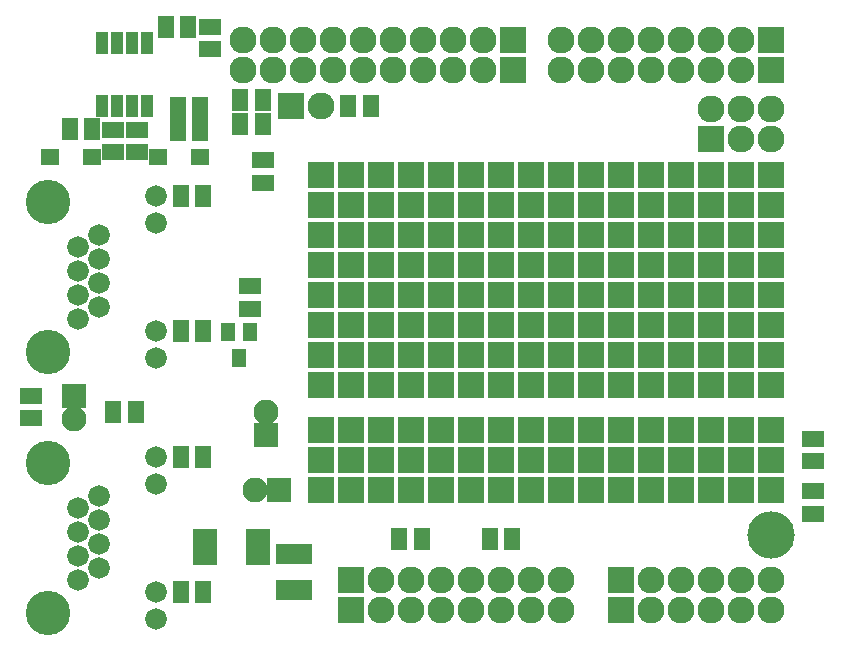
<source format=gts>
G04 #@! TF.FileFunction,Soldermask,Top*
%FSLAX46Y46*%
G04 Gerber Fmt 4.6, Leading zero omitted, Abs format (unit mm)*
G04 Created by KiCad (PCBNEW (2014-jul-16 BZR unknown)-product) date Ter 09 Dez 2014 18:41:31 BRST*
%MOMM*%
G01*
G04 APERTURE LIST*
%ADD10C,0.150000*%
%ADD11C,4.008000*%
%ADD12C,2.286000*%
%ADD13R,2.286000X2.286000*%
%ADD14C,2.108000*%
%ADD15R,2.108000X2.108000*%
%ADD16R,1.905000X1.397000*%
%ADD17R,1.397000X1.905000*%
%ADD18R,2.008000X3.108000*%
%ADD19R,1.524000X1.358900*%
%ADD20C,1.828800*%
%ADD21C,3.759200*%
%ADD22R,1.308100X1.508760*%
%ADD23R,1.107440X1.907540*%
%ADD24R,3.048000X1.778000*%
G04 APERTURE END LIST*
D10*
D11*
X63632400Y-44450000D03*
D12*
X63652400Y-50800000D03*
X61112400Y-50800000D03*
X58572400Y-50800000D03*
D13*
X50952400Y-50800000D03*
D12*
X53492400Y-50800000D03*
X56032400Y-50800000D03*
X63652400Y-48260000D03*
X61112400Y-48260000D03*
X58572400Y-48260000D03*
D13*
X50952400Y-48260000D03*
D12*
X53492400Y-48260000D03*
X56032400Y-48260000D03*
D14*
X4673600Y-34629600D03*
D15*
X4673600Y-32629600D03*
D16*
X1041400Y-34556700D03*
X1041400Y-32651700D03*
X67208400Y-42608500D03*
X67208400Y-40703500D03*
D17*
X15354300Y-8255000D03*
X13449300Y-8255000D03*
D16*
X67208400Y-36258500D03*
X67208400Y-38163500D03*
D17*
X41770300Y-44754800D03*
X39865300Y-44754800D03*
D14*
X20005800Y-40640000D03*
D15*
X22005800Y-40640000D03*
D17*
X32194500Y-44754800D03*
X34099500Y-44754800D03*
D14*
X20929600Y-33975800D03*
D15*
X20929600Y-35975800D03*
D18*
X15712400Y-45440000D03*
X20212400Y-45440000D03*
D19*
X11734800Y-12446000D03*
X15290800Y-12446000D03*
X6146800Y-12446000D03*
X2590800Y-12446000D03*
D12*
X18948400Y-2540000D03*
X26568400Y-2540000D03*
X29108400Y-2540000D03*
X24028400Y-2540000D03*
X21488400Y-2540000D03*
X31648400Y-2540000D03*
X34188400Y-2540000D03*
D13*
X41808400Y-2540000D03*
D12*
X39268400Y-2540000D03*
X36728400Y-2540000D03*
X18948400Y-5080000D03*
X26568400Y-5080000D03*
X29108400Y-5080000D03*
X24028400Y-5080000D03*
X21488400Y-5080000D03*
X31648400Y-5080000D03*
X34188400Y-5080000D03*
D13*
X41808400Y-5080000D03*
D12*
X39268400Y-5080000D03*
X36728400Y-5080000D03*
X48412400Y-2540000D03*
X50952400Y-2540000D03*
X45872400Y-2540000D03*
X53492400Y-2540000D03*
X56032400Y-2540000D03*
D13*
X63652400Y-2540000D03*
D12*
X61112400Y-2540000D03*
X58572400Y-2540000D03*
X48412400Y-5080000D03*
X50952400Y-5080000D03*
X45872400Y-5080000D03*
X53492400Y-5080000D03*
X56032400Y-5080000D03*
D13*
X63652400Y-5080000D03*
D12*
X61112400Y-5080000D03*
X58572400Y-5080000D03*
D20*
X11582400Y-29413200D03*
X11582400Y-27127200D03*
X11582400Y-17983200D03*
X11582400Y-15697200D03*
X6756400Y-18999200D03*
X6756400Y-21031200D03*
X6756400Y-23063200D03*
X6756400Y-25095200D03*
X4978400Y-22047200D03*
X4978400Y-24079200D03*
X4978400Y-20015200D03*
X4978400Y-26111200D03*
D21*
X2438400Y-28905200D03*
X2438400Y-16205200D03*
D20*
X11582400Y-51562000D03*
X11582400Y-49276000D03*
X11582400Y-40132000D03*
X11582400Y-37846000D03*
X6756400Y-41148000D03*
X6756400Y-43180000D03*
X6756400Y-45212000D03*
X6756400Y-47244000D03*
X4978400Y-44196000D03*
X4978400Y-46228000D03*
X4978400Y-42164000D03*
X4978400Y-48260000D03*
D21*
X2438400Y-51054000D03*
X2438400Y-38354000D03*
D13*
X58572400Y-10922000D03*
D12*
X58572400Y-8382000D03*
X61112400Y-10922000D03*
X61112400Y-8382000D03*
X63652400Y-10922000D03*
X63652400Y-8382000D03*
X43332400Y-50800000D03*
X40792400Y-50800000D03*
X45872400Y-50800000D03*
X38252400Y-50800000D03*
X35712400Y-50800000D03*
D13*
X28092400Y-50800000D03*
D12*
X30632400Y-50800000D03*
X33172400Y-50800000D03*
X43332400Y-48260000D03*
X40792400Y-48260000D03*
X45872400Y-48260000D03*
X38252400Y-48260000D03*
X35712400Y-48260000D03*
D13*
X28092400Y-48260000D03*
D12*
X30632400Y-48260000D03*
X33172400Y-48260000D03*
D13*
X63652400Y-29210000D03*
X61112400Y-29210000D03*
X58572400Y-29210000D03*
X56032400Y-29210000D03*
X53492400Y-29210000D03*
X50952400Y-29210000D03*
X48412400Y-29210000D03*
X40792400Y-29210000D03*
X38252400Y-29210000D03*
X43332400Y-29210000D03*
X45872400Y-29210000D03*
X35712400Y-29210000D03*
X33172400Y-29210000D03*
X25552400Y-29210000D03*
X28092400Y-29210000D03*
X30632400Y-29210000D03*
X30632400Y-31750000D03*
X28092400Y-31750000D03*
X25552400Y-31750000D03*
X33172400Y-31750000D03*
X35712400Y-31750000D03*
X45872400Y-31750000D03*
X43332400Y-31750000D03*
X38252400Y-31750000D03*
X40792400Y-31750000D03*
X48412400Y-31750000D03*
X50952400Y-31750000D03*
X53492400Y-31750000D03*
X56032400Y-31750000D03*
X58572400Y-31750000D03*
X61112400Y-31750000D03*
X63652400Y-31750000D03*
X63652400Y-26670000D03*
X61112400Y-26670000D03*
X58572400Y-26670000D03*
X56032400Y-26670000D03*
X53492400Y-26670000D03*
X50952400Y-26670000D03*
X48412400Y-26670000D03*
X40792400Y-26670000D03*
X38252400Y-26670000D03*
X43332400Y-26670000D03*
X45872400Y-26670000D03*
X35712400Y-26670000D03*
X33172400Y-26670000D03*
X25552400Y-26670000D03*
X28092400Y-26670000D03*
X30632400Y-26670000D03*
X30632400Y-24130000D03*
X28092400Y-24130000D03*
X25552400Y-24130000D03*
X33172400Y-24130000D03*
X35712400Y-24130000D03*
X45872400Y-24130000D03*
X43332400Y-24130000D03*
X38252400Y-24130000D03*
X40792400Y-24130000D03*
X48412400Y-24130000D03*
X50952400Y-24130000D03*
X53492400Y-24130000D03*
X56032400Y-24130000D03*
X58572400Y-24130000D03*
X61112400Y-24130000D03*
X63652400Y-24130000D03*
X63652400Y-21590000D03*
X61112400Y-21590000D03*
X58572400Y-21590000D03*
X56032400Y-21590000D03*
X53492400Y-21590000D03*
X50952400Y-21590000D03*
X48412400Y-21590000D03*
X40792400Y-21590000D03*
X38252400Y-21590000D03*
X43332400Y-21590000D03*
X45872400Y-21590000D03*
X35712400Y-21590000D03*
X33172400Y-21590000D03*
X25552400Y-21590000D03*
X28092400Y-21590000D03*
X30632400Y-21590000D03*
X30632400Y-19050000D03*
X28092400Y-19050000D03*
X25552400Y-19050000D03*
X33172400Y-19050000D03*
X35712400Y-19050000D03*
X45872400Y-19050000D03*
X43332400Y-19050000D03*
X38252400Y-19050000D03*
X40792400Y-19050000D03*
X48412400Y-19050000D03*
X50952400Y-19050000D03*
X53492400Y-19050000D03*
X56032400Y-19050000D03*
X58572400Y-19050000D03*
X61112400Y-19050000D03*
X63652400Y-19050000D03*
X63652400Y-16510000D03*
X61112400Y-16510000D03*
X58572400Y-16510000D03*
X56032400Y-16510000D03*
X53492400Y-16510000D03*
X50952400Y-16510000D03*
X48412400Y-16510000D03*
X40792400Y-16510000D03*
X38252400Y-16510000D03*
X43332400Y-16510000D03*
X45872400Y-16510000D03*
X35712400Y-16510000D03*
X33172400Y-16510000D03*
X25552400Y-16510000D03*
X28092400Y-16510000D03*
X30632400Y-16510000D03*
X30632400Y-13970000D03*
X28092400Y-13970000D03*
X25552400Y-13970000D03*
X33172400Y-13970000D03*
X35712400Y-13970000D03*
X45872400Y-13970000D03*
X43332400Y-13970000D03*
X38252400Y-13970000D03*
X40792400Y-13970000D03*
X48412400Y-13970000D03*
X50952400Y-13970000D03*
X53492400Y-13970000D03*
X56032400Y-13970000D03*
X58572400Y-13970000D03*
X61112400Y-13970000D03*
X63652400Y-13970000D03*
X63652400Y-38100000D03*
X61112400Y-38100000D03*
X58572400Y-38100000D03*
X56032400Y-38100000D03*
X53492400Y-38100000D03*
X50952400Y-38100000D03*
X48412400Y-38100000D03*
X40792400Y-38100000D03*
X38252400Y-38100000D03*
X43332400Y-38100000D03*
X45872400Y-38100000D03*
X35712400Y-38100000D03*
X33172400Y-38100000D03*
X25552400Y-38100000D03*
X28092400Y-38100000D03*
X30632400Y-38100000D03*
X63652400Y-40640000D03*
X61112400Y-40640000D03*
X58572400Y-40640000D03*
X56032400Y-40640000D03*
X53492400Y-40640000D03*
X50952400Y-40640000D03*
X48412400Y-40640000D03*
X40792400Y-40640000D03*
X38252400Y-40640000D03*
X43332400Y-40640000D03*
X45872400Y-40640000D03*
X35712400Y-40640000D03*
X33172400Y-40640000D03*
X25552400Y-40640000D03*
X28092400Y-40640000D03*
X30632400Y-40640000D03*
X63652400Y-35560000D03*
X61112400Y-35560000D03*
X58572400Y-35560000D03*
X56032400Y-35560000D03*
X53492400Y-35560000D03*
X50952400Y-35560000D03*
X48412400Y-35560000D03*
X40792400Y-35560000D03*
X38252400Y-35560000D03*
X43332400Y-35560000D03*
X45872400Y-35560000D03*
X35712400Y-35560000D03*
X33172400Y-35560000D03*
X25552400Y-35560000D03*
X28092400Y-35560000D03*
X30632400Y-35560000D03*
D22*
X18612400Y-29449820D03*
X17659900Y-27250180D03*
X19564900Y-27250180D03*
D17*
X9893300Y-34036000D03*
X7988300Y-34036000D03*
D16*
X9956800Y-12001500D03*
X9956800Y-10096500D03*
X7924800Y-12001500D03*
X7924800Y-10096500D03*
D17*
X13449300Y-10160000D03*
X15354300Y-10160000D03*
X4305300Y-10033000D03*
X6210300Y-10033000D03*
D16*
X20632400Y-12687500D03*
X20632400Y-14592500D03*
X16182400Y-1387500D03*
X16182400Y-3292500D03*
X19562400Y-25282500D03*
X19562400Y-23377500D03*
D17*
X13679900Y-49280000D03*
X15584900Y-49280000D03*
X13679900Y-37850000D03*
X15584900Y-37850000D03*
X13679900Y-27130000D03*
X15584900Y-27130000D03*
X13679900Y-15700000D03*
X15584900Y-15700000D03*
X18729900Y-7590000D03*
X20634900Y-7590000D03*
X12409900Y-1400000D03*
X14314900Y-1400000D03*
X18729900Y-9610000D03*
X20634900Y-9610000D03*
D23*
X10845800Y-8128000D03*
X10845800Y-2794000D03*
X9575800Y-8128000D03*
X8305800Y-8128000D03*
X7035800Y-8128000D03*
X9575800Y-2794000D03*
X8305800Y-2794000D03*
X7035800Y-2794000D03*
D13*
X22992400Y-8120000D03*
D12*
X25532400Y-8120000D03*
D17*
X29764900Y-8120000D03*
X27859900Y-8120000D03*
D24*
X23292400Y-49124000D03*
X23292400Y-46076000D03*
M02*

</source>
